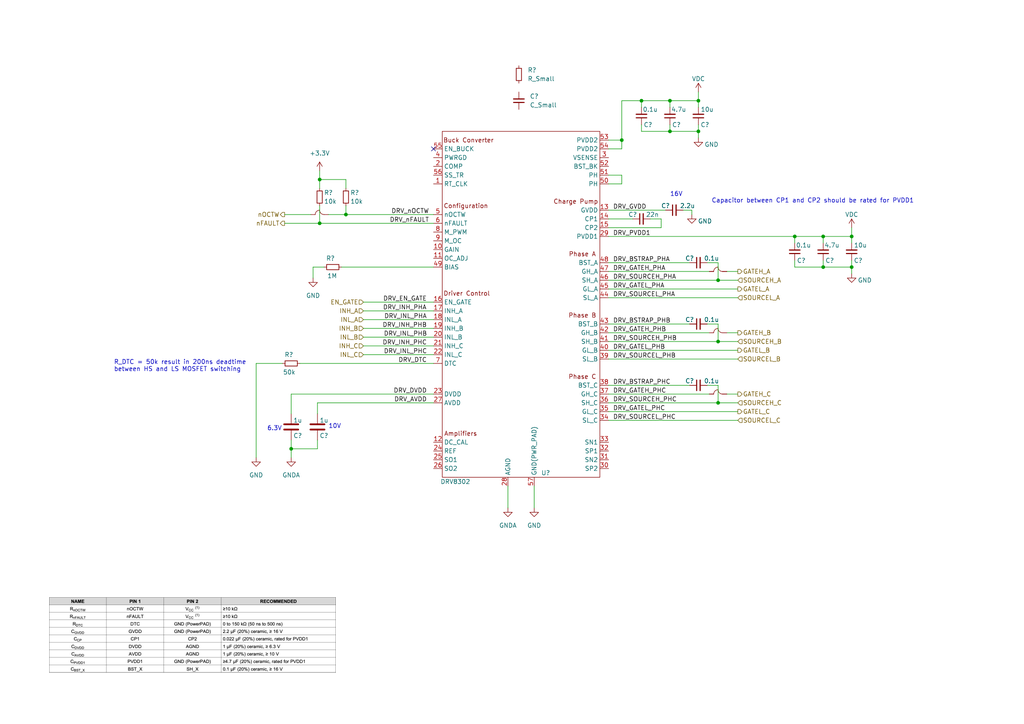
<source format=kicad_sch>
(kicad_sch (version 20211123) (generator eeschema)
  (paper "A4")
  (title_block (title "Mosfet Driver") (date "2022-08-07") (rev "1.0"))
  (lib_symbols
    (symbol "DRV8302:DRV8302"
      (property "Reference" "U" (at -21.59 50.8 0))
      (property "Value" "DRV8302" (at -19.05 -52.07 0))
      (symbol "DRV8302_0_0"
        (text "Amplifiers" (at -17.526 -38.1 0) (effects (font (size 1.27 1.27))))
        (text "Buck Converter" (at -15.24 46.99 0) (effects (font (size 1.27 1.27))))
        (text "Charge Pump" (at 15.875 29.21 0) (effects (font (size 1.27 1.27))))
        (text "Configuration" (at -16.002 27.94 0) (effects (font (size 1.27 1.27))))
        (text "Driver Control" (at -15.748 2.54 0) (effects (font (size 1.27 1.27))))
        (text "Phase A" (at 17.78 13.97 0) (effects (font (size 1.27 1.27))))
        (text "Phase B" (at 17.78 -3.81 0) (effects (font (size 1.27 1.27))))
        (text "Phase C" (at 17.78 -21.59 0) (effects (font (size 1.27 1.27))))
      )
      (symbol "DRV8302_0_1"
        (rectangle (start -22.86 49.53) (end 22.86 -50.8))
      )
      (symbol "DRV8302_1_1"
        (pin input line (at -25.4 34.29 0) (length 2.54) (name "RT_CLK") (number "1"))
        (pin unspecified line (at -25.4 15.24 0) (length 2.54) (name "GAIN") (number "10"))
        (pin input line (at -25.4 12.7 0) (length 2.54) (name "OC_ADJ") (number "11"))
        (pin input line (at -25.4 -40.64 0) (length 2.54) (name "DC_CAL") (number "12"))
        (pin passive line (at 25.4 26.67 180) (length 2.54) (name "GVDD") (number "13"))
        (pin power_in line (at 25.4 24.13 180) (length 2.54) (name "CP1") (number "14"))
        (pin power_in line (at 25.4 21.59 180) (length 2.54) (name "CP2") (number "15"))
        (pin input line (at -25.4 0 0) (length 2.54) (name "EN_GATE") (number "16"))
        (pin input line (at -25.4 -2.54 0) (length 2.54) (name "INH_A") (number "17"))
        (pin input line (at -25.4 -5.08 0) (length 2.54) (name "INL_A") (number "18"))
        (pin input line (at -25.4 -7.62 0) (length 2.54) (name "INH_B") (number "19"))
        (pin output line (at -25.4 39.37 0) (length 2.54) (name "COMP") (number "2"))
        (pin input line (at -25.4 -10.16 0) (length 2.54) (name "INL_B") (number "20"))
        (pin input line (at -25.4 -12.7 0) (length 2.54) (name "INH_C") (number "21"))
        (pin input line (at -25.4 -15.24 0) (length 2.54) (name "INL_C") (number "22"))
        (pin passive line (at -25.4 -26.67 0) (length 2.54) (name "DVDD") (number "23"))
        (pin input line (at -25.4 -43.18 0) (length 2.54) (name "REF") (number "24"))
        (pin output line (at -25.4 -45.72 0) (length 2.54) (name "SO1") (number "25"))
        (pin output line (at -25.4 -48.26 0) (length 2.54) (name "SO2") (number "26"))
        (pin passive line (at -25.4 -29.21 0) (length 2.54) (name "AVDD") (number "27"))
        (pin power_in line (at -3.81 -53.34 90) (length 2.54) (name "AGND") (number "28"))
        (pin power_in line (at 25.4 19.05 180) (length 2.54) (name "PVDD1") (number "29"))
        (pin input line (at 25.4 41.91 180) (length 2.54) (name "VSENSE") (number "3"))
        (pin input line (at 25.4 -48.26 180) (length 2.54) (name "SP2") (number "30"))
        (pin input line (at 25.4 -45.72 180) (length 2.54) (name "SN2") (number "31"))
        (pin input line (at 25.4 -43.18 180) (length 2.54) (name "SP1") (number "32"))
        (pin input line (at 25.4 -40.64 180) (length 2.54) (name "SN1") (number "33"))
        (pin input line (at 25.4 -34.29 180) (length 2.54) (name "SL_C") (number "34"))
        (pin output line (at 25.4 -31.75 180) (length 2.54) (name "GL_C") (number "35"))
        (pin input line (at 25.4 -29.21 180) (length 2.54) (name "SH_C") (number "36"))
        (pin output line (at 25.4 -26.67 180) (length 2.54) (name "GH_C") (number "37"))
        (pin power_in line (at 25.4 -24.13 180) (length 2.54) (name "BST_C") (number "38"))
        (pin input line (at 25.4 -16.51 180) (length 2.54) (name "SL_B") (number "39"))
        (pin input line (at -25.4 41.91 0) (length 2.54) (name "PWRGD") (number "4"))
        (pin output line (at 25.4 -13.97 180) (length 2.54) (name "GL_B") (number "40"))
        (pin input line (at 25.4 -11.43 180) (length 2.54) (name "SH_B") (number "41"))
        (pin output line (at 25.4 -8.89 180) (length 2.54) (name "GH_B") (number "42"))
        (pin power_in line (at 25.4 -6.35 180) (length 2.54) (name "BST_B") (number "43"))
        (pin input line (at 25.4 1.27 180) (length 2.54) (name "SL_A") (number "44"))
        (pin output line (at 25.4 3.81 180) (length 2.54) (name "GL_A") (number "45"))
        (pin input line (at 25.4 6.35 180) (length 2.54) (name "SH_A") (number "46"))
        (pin output line (at 25.4 8.89 180) (length 2.54) (name "GH_A") (number "47"))
        (pin power_in line (at 25.4 11.43 180) (length 2.54) (name "BST_A") (number "48"))
        (pin input line (at -25.4 10.16 0) (length 2.54) (name "BIAS") (number "49"))
        (pin output line (at -25.4 25.4 0) (length 2.54) (name "nOCTW") (number "5"))
        (pin output line (at 25.4 34.29 180) (length 2.54) (name "PH") (number "50"))
        (pin output line (at 25.4 36.83 180) (length 2.54) (name "PH") (number "51"))
        (pin input line (at 25.4 39.37 180) (length 2.54) (name "BST_BK") (number "52"))
        (pin power_in line (at 25.4 46.99 180) (length 2.54) (name "PVDD2") (number "53"))
        (pin power_in line (at 25.4 44.45 180) (length 2.54) (name "PVDD2") (number "54"))
        (pin input line (at -25.4 44.45 0) (length 2.54) (name "EN_BUCK") (number "55"))
        (pin input line (at -25.4 36.83 0) (length 2.54) (name "SS_TR") (number "56"))
        (pin power_in line (at 3.81 -53.34 90) (length 2.54) (name "GND(PWR_PAD)") (number "57"))
        (pin output line (at -25.4 22.86 0) (length 2.54) (name "nFAULT") (number "6"))
        (pin input line (at -25.4 -17.78 0) (length 2.54) (name "DTC") (number "7"))
        (pin input line (at -25.4 20.32 0) (length 2.54) (name "M_PWM") (number "8"))
        (pin input line (at -25.4 17.78 0) (length 2.54) (name "M_OC") (number "9"))
      )
    )
    (symbol "Device:C" (pin_numbers hide) (pin_names (offset 0.254))
      (property "Reference" "C" (at 0.635 2.54 0))
      (property "Value" "C" (at 0.635 -2.54 0))
      (symbol "C_0_1"
        (polyline (pts (xy -2.032 -0.762) (xy 2.032 -0.762)) (stroke (width 0.508)))
        (polyline (pts (xy -2.032 0.762) (xy 2.032 0.762)) (stroke (width 0.508)))
      )
      (symbol "C_1_1"
        (pin passive line (at 0 3.81 270) (length 2.794) (name "~") (number "1"))
        (pin passive line (at 0 -3.81 90) (length 2.794) (name "~") (number "2"))
      )
    )
    (symbol "Device:C_Small" (pin_numbers hide) (pin_names (offset 0.254) hide)
      (property "Reference" "C" (at 0.254 1.778 0))
      (property "Value" "C_Small" (at 0.254 -2.032 0))
      (symbol "C_Small_0_1"
        (polyline (pts (xy -1.524 -0.508) (xy 1.524 -0.508)) (stroke (width 0.3302)))
        (polyline (pts (xy -1.524 0.508) (xy 1.524 0.508)) (stroke (width 0.3048)))
      )
      (symbol "C_Small_1_1"
        (pin passive line (at 0 2.54 270) (length 2.032) (name "~") (number "1"))
        (pin passive line (at 0 -2.54 90) (length 2.032) (name "~") (number "2"))
      )
    )
    (symbol "Device:R_Small" (pin_numbers hide) (pin_names (offset 0.254) hide)
      (property "Reference" "R" (at 0.762 0.508 0))
      (property "Value" "R_Small" (at 0.762 -1.016 0))
      (symbol "R_Small_0_1"
        (rectangle (start -0.762 1.778) (end 0.762 -1.778) (stroke (width 0.2032)))
      )
      (symbol "R_Small_1_1"
        (pin passive line (at 0 2.54 270) (length 0.762) (name "~") (number "1"))
        (pin passive line (at 0 -2.54 90) (length 0.762) (name "~") (number "2"))
      )
    )
    (symbol "RF_Module:HOP" (in_bom no) (on_board no)
      (symbol "HOP_0_1"
        (arc (start 0 1.27) (mid -0.898 0.898) (end -1.27 0))
        (arc (start 0 1.27) (mid -0.898 -0.898) (end 1.27 0))
      )
      (symbol "HOP_1_1"
        (pin unspecified line (at -2.54 0 0) (length 1.27) (name "") (number ""))
        (pin unspecified line (at 2.54 0 180) (length 1.27) (name "") (number ""))
      )
    )
    (symbol "power:+3.3V" (power) (pin_names (offset 0))
      (property "Value" "+3.3V" (at 0 3.556 0))
      (symbol "+3.3V_0_1"
        (polyline (pts (xy -0.762 1.27) (xy 0 2.54)))
        (polyline (pts (xy 0 0) (xy 0 2.54)))
        (polyline (pts (xy 0 2.54) (xy 0.762 1.27)))
      )
      (symbol "+3.3V_1_1"
        (pin power_in line (at 0 0 90) (length 0) hide (name "+3.3V") (number "1"))
      )
    )
    (symbol "power:GND" (power) (pin_names (offset 0))
      (property "Value" "GND" (at 0 -3.81 0))
      (symbol "GND_0_1"
        (polyline (pts (xy 0 0) (xy 0 -1.27) (xy 1.27 -1.27) (xy 0 -2.54) (xy -1.27 -1.27) (xy 0 -1.27)))
      )
      (symbol "GND_1_1"
        (pin power_in line (at 0 0 270) (length 0) hide (name "GND") (number "1"))
      )
    )
    (symbol "power:GNDA" (power) (pin_names (offset 0))
      (property "Value" "GNDA" (at 0 -3.81 0))
      (symbol "GNDA_0_1"
        (polyline (pts (xy 0 0) (xy 0 -1.27) (xy 1.27 -1.27) (xy 0 -2.54) (xy -1.27 -1.27) (xy 0 -1.27)))
      )
      (symbol "GNDA_1_1"
        (pin power_in line (at 0 0 270) (length 0) hide (name "GNDA") (number "1"))
      )
    )
    (symbol "power:VDC" (power) (pin_names (offset 0))
      (property "Value" "VDC" (at 0 6.35 0))
      (symbol "VDC_0_1"
        (polyline (pts (xy -0.762 1.27) (xy 0 2.54)))
        (polyline (pts (xy 0 0) (xy 0 2.54)))
        (polyline (pts (xy 0 2.54) (xy 0.762 1.27)))
      )
      (symbol "VDC_1_1"
        (pin power_in line (at 0 0 90) (length 0) hide (name "VDC") (number "1"))
      )
    )
  )
  (junction (at 92.71 52.07))
  (junction (at 208.28 99.06))
  (junction (at 194.31 29.21))
  (junction (at 247.015 68.58))
  (junction (at 208.28 116.84))
  (junction (at 230.505 68.58))
  (junction (at 238.76 77.47))
  (junction (at 194.31 38.1))
  (junction (at 180.34 40.64))
  (junction (at 238.76 68.58))
  (junction (at 186.055 29.21))
  (junction (at 100.33 62.23))
  (junction (at 202.565 38.1))
  (junction (at 92.71 64.77))
  (junction (at 247.015 77.47))
  (junction (at 202.565 29.21))
  (junction (at 84.455 130.175))
  (junction (at 208.28 81.28))
  (no_connect (at 125.73 43.18))
  (wire (pts (xy 186.055 29.21) (xy 186.055 31.115)))
  (wire (pts (xy 105.41 100.33) (xy 125.73 100.33)))
  (wire (pts (xy 84.455 130.175) (xy 84.455 127.635)))
  (wire (pts (xy 205.105 76.2) (xy 208.28 76.2)))
  (wire (pts (xy 176.53 53.34) (xy 180.34 53.34)))
  (wire (pts (xy 176.53 111.76) (xy 200.025 111.76)))
  (wire (pts (xy 105.41 87.63) (xy 125.73 87.63)))
  (wire (pts (xy 176.53 104.14) (xy 213.995 104.14)))
  (wire (pts (xy 208.28 116.84) (xy 213.995 116.84)))
  (wire (pts (xy 176.53 83.82) (xy 213.995 83.82)))
  (wire (pts (xy 176.53 114.3) (xy 205.74 114.3)))
  (wire (pts (xy 202.565 26.67) (xy 202.565 29.21)))
  (wire (pts (xy 202.565 31.115) (xy 202.565 29.21)))
  (wire (pts (xy 176.53 99.06) (xy 208.28 99.06)))
  (wire (pts (xy 230.505 68.58) (xy 238.76 68.58)))
  (wire (pts (xy 186.055 36.195) (xy 186.055 38.1)))
  (wire (pts (xy 105.41 102.87) (xy 125.73 102.87)))
  (wire (pts (xy 247.015 77.47) (xy 247.015 79.375)))
  (wire (pts (xy 210.82 78.74) (xy 213.995 78.74)))
  (wire (pts (xy 176.53 40.64) (xy 180.34 40.64)))
  (wire (pts (xy 92.71 49.53) (xy 92.71 52.07)))
  (wire (pts (xy 82.55 64.77) (xy 92.71 64.77)))
  (wire (pts (xy 92.075 116.84) (xy 125.73 116.84)))
  (wire (pts (xy 176.53 93.98) (xy 200.025 93.98)))
  (wire (pts (xy 86.995 105.41) (xy 125.73 105.41)))
  (wire (pts (xy 95.25 62.23) (xy 100.33 62.23)))
  (wire (pts (xy 176.53 96.52) (xy 205.74 96.52)))
  (wire (pts (xy 230.505 75.565) (xy 230.505 77.47)))
  (wire (pts (xy 84.455 114.3) (xy 84.455 120.015)))
  (wire (pts (xy 176.53 121.92) (xy 213.995 121.92)))
  (wire (pts (xy 176.53 50.8) (xy 180.34 50.8)))
  (wire (pts (xy 205.105 93.98) (xy 208.28 93.98)))
  (wire (pts (xy 238.76 77.47) (xy 247.015 77.47)))
  (wire (pts (xy 194.31 29.21) (xy 194.31 31.115)))
  (wire (pts (xy 90.805 77.47) (xy 93.98 77.47)))
  (wire (pts (xy 208.28 76.2) (xy 208.28 81.28)))
  (wire (pts (xy 176.53 81.28) (xy 208.28 81.28)))
  (wire (pts (xy 247.015 66.04) (xy 247.015 68.58)))
  (wire (pts (xy 186.055 38.1) (xy 194.31 38.1)))
  (wire (pts (xy 176.53 119.38) (xy 213.995 119.38)))
  (wire (pts (xy 105.41 90.17) (xy 125.73 90.17)))
  (wire (pts (xy 92.71 64.77) (xy 125.73 64.77)))
  (wire (pts (xy 180.34 40.64) (xy 180.34 43.18)))
  (wire (pts (xy 194.31 38.1) (xy 202.565 38.1)))
  (wire (pts (xy 247.015 70.485) (xy 247.015 68.58)))
  (wire (pts (xy 105.41 92.71) (xy 125.73 92.71)))
  (wire (pts (xy 247.015 75.565) (xy 247.015 77.47)))
  (wire (pts (xy 176.53 86.36) (xy 213.995 86.36)))
  (wire (pts (xy 191.77 63.5) (xy 188.595 63.5)))
  (wire (pts (xy 176.53 60.96) (xy 193.04 60.96)))
  (wire (pts (xy 92.71 52.07) (xy 92.71 54.61)))
  (wire (pts (xy 154.94 140.97) (xy 154.94 147.32)))
  (wire (pts (xy 82.55 62.23) (xy 90.17 62.23)))
  (wire (pts (xy 74.295 132.715) (xy 74.295 105.41)))
  (wire (pts (xy 147.32 140.97) (xy 147.32 147.32)))
  (wire (pts (xy 238.76 68.58) (xy 238.76 70.485)))
  (wire (pts (xy 176.53 66.04) (xy 191.77 66.04)))
  (wire (pts (xy 186.055 29.21) (xy 194.31 29.21)))
  (wire (pts (xy 180.34 40.64) (xy 180.34 29.21)))
  (wire (pts (xy 200.66 60.96) (xy 200.66 62.23)))
  (wire (pts (xy 74.295 105.41) (xy 81.915 105.41)))
  (wire (pts (xy 100.33 54.61) (xy 100.33 52.07)))
  (wire (pts (xy 105.41 95.25) (xy 125.73 95.25)))
  (wire (pts (xy 208.28 81.28) (xy 213.995 81.28)))
  (wire (pts (xy 202.565 38.1) (xy 202.565 40.005)))
  (wire (pts (xy 176.53 101.6) (xy 213.995 101.6)))
  (wire (pts (xy 191.77 66.04) (xy 191.77 63.5)))
  (wire (pts (xy 84.455 130.175) (xy 84.455 132.715)))
  (wire (pts (xy 176.53 68.58) (xy 230.505 68.58)))
  (wire (pts (xy 202.565 36.195) (xy 202.565 38.1)))
  (wire (pts (xy 176.53 76.2) (xy 200.025 76.2)))
  (wire (pts (xy 238.76 75.565) (xy 238.76 77.47)))
  (wire (pts (xy 125.73 114.3) (xy 84.455 114.3)))
  (wire (pts (xy 210.82 96.52) (xy 213.995 96.52)))
  (wire (pts (xy 198.12 60.96) (xy 200.66 60.96)))
  (wire (pts (xy 176.53 78.74) (xy 205.74 78.74)))
  (wire (pts (xy 180.34 50.8) (xy 180.34 53.34)))
  (wire (pts (xy 210.82 114.3) (xy 213.995 114.3)))
  (wire (pts (xy 202.565 29.21) (xy 194.31 29.21)))
  (wire (pts (xy 105.41 97.79) (xy 125.73 97.79)))
  (wire (pts (xy 208.28 116.84) (xy 208.28 111.76)))
  (wire (pts (xy 247.015 68.58) (xy 238.76 68.58)))
  (wire (pts (xy 208.28 99.06) (xy 208.28 93.98)))
  (wire (pts (xy 205.105 111.76) (xy 208.28 111.76)))
  (wire (pts (xy 100.33 62.23) (xy 125.73 62.23)))
  (wire (pts (xy 99.06 77.47) (xy 125.73 77.47)))
  (wire (pts (xy 230.505 77.47) (xy 238.76 77.47)))
  (wire (pts (xy 100.33 62.23) (xy 100.33 59.69)))
  (wire (pts (xy 92.075 127.635) (xy 92.075 130.175)))
  (wire (pts (xy 176.53 116.84) (xy 208.28 116.84)))
  (wire (pts (xy 230.505 68.58) (xy 230.505 70.485)))
  (wire (pts (xy 208.28 99.06) (xy 213.995 99.06)))
  (wire (pts (xy 194.31 36.195) (xy 194.31 38.1)))
  (wire (pts (xy 100.33 52.07) (xy 92.71 52.07)))
  (wire (pts (xy 176.53 63.5) (xy 183.515 63.5)))
  (wire (pts (xy 180.34 29.21) (xy 186.055 29.21)))
  (wire (pts (xy 176.53 43.18) (xy 180.34 43.18)))
  (wire (pts (xy 90.805 80.645) (xy 90.805 77.47)))
  (wire (pts (xy 92.71 64.77) (xy 92.71 59.69)))
  (wire (pts (xy 92.075 116.84) (xy 92.075 120.015)))
  (wire (pts (xy 84.455 130.175) (xy 92.075 130.175)))
  (image (at 55.88 184.15) (scale 0.655336))
  (text "6.3V" (at 77.47 125.095 0) (effects (font (size 1.27 1.27)) (justify left bottom)))
  (text "Capacitor between CP1 and CP2 should be rated for PVDD1" (at 206.375 59.055 0) (effects (font (size 1.27 1.27)) (justify left bottom)))
  (text "10V" (at 95.25 124.46 0) (effects (font (size 1.27 1.27)) (justify left bottom)))
  (text "R_DTC = 50k result in 200ns deadtime \nbetween HS and LS MOSFET switching" (at 33.02 107.95 0) (effects (font (size 1.27 1.27)) (justify left bottom)))
  (text "16V" (at 194.31 57.15 0) (effects (font (size 1.27 1.27)) (justify left bottom)))
  (label "DRV_DTC" (at 123.825 105.41 180))
  (label "DRV_SOURCEL_PHC" (at 177.8 121.92 0))
  (label "DRV_AVDD" (at 123.825 116.84 180))
  (label "DRV_GATEL_PHC" (at 177.8 119.38 0))
  (label "DRV_GATEL_PHB" (at 177.8 101.6 0))
  (label "DRV_INL_PHB" (at 123.8908 97.79 180))
  (label "DRV_SOURCEH_PHB" (at 177.8 99.06 0))
  (label "DRV_INH_PHA" (at 123.7592 90.17 180))
  (label "DRV_BSTRAP_PHB" (at 177.8 93.98 0))
  (label "DRV_DVDD" (at 123.825 114.3 180))
  (label "DRV_BSTRAP_PHA" (at 177.8 76.2 0))
  (label "DRV_GATEH_PHC" (at 177.8 114.3 0))
  (label "DRV_SOURCEH_PHC" (at 177.8 116.84 0))
  (label "DRV_INL_PHA" (at 123.825 92.71 180))
  (label "DRV_EN_GATE" (at 123.825 87.63 180))
  (label "DRV_INH_PHB" (at 123.825 95.25 180))
  (label "DRV_PVDD1" (at 177.8 68.58 0))
  (label "DRV_nOCTW" (at 124.46 62.23 180))
  (label "DRV_INL_PHC" (at 123.8908 102.87 180))
  (label "DRV_GATEH_PHA" (at 177.8 78.74 0))
  (label "DRV_SOURCEH_PHA" (at 177.8 81.28 0))
  (label "DRV_GATEL_PHA" (at 177.8 83.82 0))
  (label "DRV_nFAULT" (at 124.46 64.77 180))
  (label "DRV_BSTRAP_PHC" (at 177.8 111.76 0))
  (label "DRV_INH_PHC" (at 123.825 100.33 180))
  (label "DRV_GVDD" (at 177.8 60.96 0))
  (label "DRV_GATEH_PHB" (at 177.8 96.52 0))
  (label "DRV_SOURCEL_PHB" (at 177.8 104.14 0))
  (label "DRV_SOURCEL_PHA" (at 177.8 86.36 0))
  (hierarchical_label "GATEL_C" (shape output) (at 213.995 119.38 0))
  (hierarchical_label "SOURCEH_C" (shape input) (at 213.995 116.84 0))
  (hierarchical_label "SOURCEL_A" (shape input) (at 213.995 86.36 0))
  (hierarchical_label "GATEH_B" (shape output) (at 213.995 96.52 0))
  (hierarchical_label "SOURCEL_B" (shape input) (at 213.995 104.14 0))
  (hierarchical_label "nFAULT" (shape output) (at 82.55 64.77 180))
  (hierarchical_label "INH_B" (shape input) (at 105.41 95.25 180))
  (hierarchical_label "SOURCEH_A" (shape input) (at 213.995 81.28 0))
  (hierarchical_label "INL_B" (shape input) (at 105.41 97.79 180))
  (hierarchical_label "INL_C" (shape input) (at 105.41 102.87 180))
  (hierarchical_label "SOURCEH_B" (shape input) (at 213.995 99.06 0))
  (hierarchical_label "GATEL_B" (shape output) (at 213.995 101.6 0))
  (hierarchical_label "GATEH_C" (shape output) (at 213.995 114.3 0))
  (hierarchical_label "GATEH_A" (shape output) (at 213.995 78.74 0))
  (hierarchical_label "INH_A" (shape input) (at 105.41 90.17 180))
  (hierarchical_label "INL_A" (shape input) (at 105.41 92.71 180))
  (hierarchical_label "SOURCEL_C" (shape input) (at 213.995 121.92 0))
  (hierarchical_label "GATEL_A" (shape output) (at 213.995 83.82 0))
  (hierarchical_label "nOCTW" (shape output) (at 82.55 62.23 180))
  (hierarchical_label "EN_GATE" (shape input) (at 105.41 87.63 180))
  (hierarchical_label "INH_C" (shape input) (at 105.41 100.33 180))
  (symbol (lib_id "DRV8302:DRV8302") (at 151.13 87.63 0) (unit 1)
    (property "Reference" "U?" (at 156.9594 137.16 0) (effects (justify left)))
    (property "Value" "DRV8302" (at 132.08 139.7 0))
    (property "Footprint" "Package_SO:HTSSOP-56-1EP_6.1x14mm_P0.5mm_EP3.61x6.35mm" (effects hide))
  )
  (symbol (lib_id "Device:C_Small") (at 230.505 73.025 180) (unit 1)
    (property "Reference" "C?" (at 232.41 75.565 0))
    (property "Value" "0.1u" (at 233.045 71.12 0))
  )
  (symbol (lib_id "Device:C_Small") (at 186.055 33.655 180) (unit 1)
    (property "Reference" "C?" (at 187.96 36.195 0))
    (property "Value" "0.1u" (at 188.595 31.75 0))
  )
  (symbol (lib_id "Device:C_Small") (at 195.58 60.96 90) (unit 1)
    (property "Reference" "C?" (at 193.04 59.69 90))
    (property "Value" "2.2u" (at 199.39 59.69 90))
  )
  (symbol (lib_id "Device:C_Small") (at 202.565 93.98 90) (unit 1)
    (property "Reference" "C?" (at 200.025 92.71 90))
    (property "Value" "0.1u" (at 206.375 92.71 90))
  )
  (symbol (lib_id "Device:C_Small") (at 202.565 33.655 180) (unit 1)
    (property "Reference" "C?" (at 204.47 36.195 0))
    (property "Value" "10u" (at 205.105 31.75 0))
  )
  (symbol (lib_id "Device:C_Small") (at 150.495 29.21 180) (unit 1)
    (property "Reference" "C?" (at 153.67 27.9335 0) (effects (justify right)))
    (property "Value" "C_Small" (at 153.67 30.4735 0) (effects (justify right)))
  )
  (symbol (lib_id "power:VDC") (at 247.015 66.04 0) (unit 1)
    (property "Reference" "#PWR0107" (effects hide))
    (property "Value" "VDC" (at 247.015 62.23 0))
  )
  (symbol (lib_id "power:GNDA") (at 147.32 147.32 0) (unit 1)
    (property "Reference" "#PWR0105" (effects hide))
    (property "Value" "GNDA" (at 147.32 152.4 0))
  )
  (symbol (lib_id "power:GND") (at 74.295 132.715 0) (unit 1)
    (property "Reference" "#PWR0102" (effects hide))
    (property "Value" "GND" (at 74.295 137.795 0))
  )
  (symbol (lib_id "power:GNDA") (at 84.455 132.715 0) (unit 1)
    (property "Reference" "#PWR0103" (effects hide))
    (property "Value" "GNDA" (at 84.455 137.795 0))
  )
  (symbol (lib_id "RF_Module:HOP") (at 208.28 96.52 0) (unit 1) (in_bom no) (on_board no)
    (property "Reference" "H?" (effects hide))
    (property "Value" "HOP" (effects hide))
  )
  (symbol (lib_id "Device:R_Small") (at 92.71 57.15 0) (unit 1)
    (property "Reference" "R?" (at 93.98 55.88 0) (effects (justify left)))
    (property "Value" "10k" (at 93.98 58.42 0) (effects (justify left)))
  )
  (symbol (lib_id "power:VDC") (at 202.565 26.67 0) (unit 1)
    (property "Reference" "#PWR?" (effects hide))
    (property "Value" "VDC" (at 202.565 22.86 0))
  )
  (symbol (lib_id "Device:R_Small") (at 150.495 21.59 0) (unit 1)
    (property "Reference" "R?" (at 153.035 20.3199 0) (effects (justify left)))
    (property "Value" "R_Small" (at 153.035 22.8599 0) (effects (justify left)))
  )
  (symbol (lib_id "power:+3.3V") (at 92.71 49.53 0) (unit 1)
    (property "Reference" "#PWR0101" (effects hide))
    (property "Value" "+3.3V" (at 92.71 44.45 0))
  )
  (symbol (lib_id "RF_Module:HOP") (at 92.71 62.23 0) (unit 1) (in_bom no) (on_board no)
    (property "Reference" "H?" (effects hide))
    (property "Value" "HOP" (effects hide))
  )
  (symbol (lib_id "RF_Module:HOP") (at 208.28 78.74 0) (unit 1) (in_bom no) (on_board no)
    (property "Reference" "H?" (effects hide))
    (property "Value" "HOP" (effects hide))
  )
  (symbol (lib_id "Device:C") (at 84.455 123.825 180) (unit 1)
    (property "Reference" "C?" (at 86.36 126.365 0))
    (property "Value" "1u" (at 86.36 121.92 0))
  )
  (symbol (lib_id "Device:C_Small") (at 247.015 73.025 180) (unit 1)
    (property "Reference" "C?" (at 248.92 75.565 0))
    (property "Value" "10u" (at 249.555 71.12 0))
  )
  (symbol (lib_id "Device:C_Small") (at 186.055 63.5 90) (unit 1)
    (property "Reference" "C?" (at 183.515 62.23 90))
    (property "Value" "22n" (at 189.23 62.23 90))
  )
  (symbol (lib_id "Device:R_Small") (at 84.455 105.41 90) (unit 1)
    (property "Reference" "R?" (at 85.09 102.87 90) (effects (justify left)))
    (property "Value" "50k" (at 85.725 107.95 90) (effects (justify left)))
  )
  (symbol (lib_id "RF_Module:HOP") (at 208.28 114.3 0) (unit 1) (in_bom no) (on_board no)
    (property "Reference" "H?" (effects hide))
    (property "Value" "HOP" (effects hide))
  )
  (symbol (lib_id "Device:C_Small") (at 202.565 76.2 90) (unit 1)
    (property "Reference" "C?" (at 200.025 74.93 90))
    (property "Value" "0.1u" (at 206.375 74.93 90))
  )
  (symbol (lib_id "Device:C_Small") (at 194.31 33.655 180) (unit 1)
    (property "Reference" "C?" (at 196.215 36.195 0))
    (property "Value" "4.7u" (at 196.85 31.75 0))
  )
  (symbol (lib_id "Device:C") (at 92.075 123.825 180) (unit 1)
    (property "Reference" "C?" (at 93.98 126.365 0))
    (property "Value" "1u" (at 93.98 121.92 0))
  )
  (symbol (lib_id "Device:C_Small") (at 238.76 73.025 180) (unit 1)
    (property "Reference" "C?" (at 240.665 75.565 0))
    (property "Value" "4.7u" (at 241.3 71.12 0))
  )
  (symbol (lib_id "power:GND") (at 154.94 147.32 0) (unit 1)
    (property "Reference" "#PWR0104" (effects hide))
    (property "Value" "GND" (at 154.94 152.4 0))
  )
  (symbol (lib_id "Device:C_Small") (at 202.565 111.76 90) (unit 1)
    (property "Reference" "C?" (at 200.025 110.49 90))
    (property "Value" "0.1u" (at 206.375 110.49 90))
  )
  (symbol (lib_id "power:GND") (at 202.565 40.005 0) (unit 1)
    (property "Reference" "#PWR?" (effects hide))
    (property "Value" "GND" (at 206.375 41.91 0))
  )
  (symbol (lib_id "Device:R_Small") (at 100.33 57.15 0) (unit 1)
    (property "Reference" "R?" (at 101.6 55.88 0) (effects (justify left)))
    (property "Value" "10k" (at 101.6 58.42 0) (effects (justify left)))
  )
  (symbol (lib_id "power:GND") (at 90.805 80.645 0) (unit 1)
    (property "Reference" "#PWR?" (effects hide))
    (property "Value" "GND" (at 90.805 85.725 0))
  )
  (symbol (lib_id "power:GND") (at 247.015 79.375 0) (unit 1)
    (property "Reference" "#PWR0106" (effects hide))
    (property "Value" "GND" (at 250.825 81.28 0))
  )
  (symbol (lib_id "power:GND") (at 200.66 62.23 0) (unit 1)
    (property "Reference" "#PWR0108" (effects hide))
    (property "Value" "GND" (at 204.47 64.135 0))
  )
  (symbol (lib_id "Device:R_Small") (at 96.52 77.47 90) (unit 1)
    (property "Reference" "R?" (at 97.155 74.93 90) (effects (justify left)))
    (property "Value" "1M" (at 97.79 80.01 90) (effects (justify left)))
  )
)
</source>
